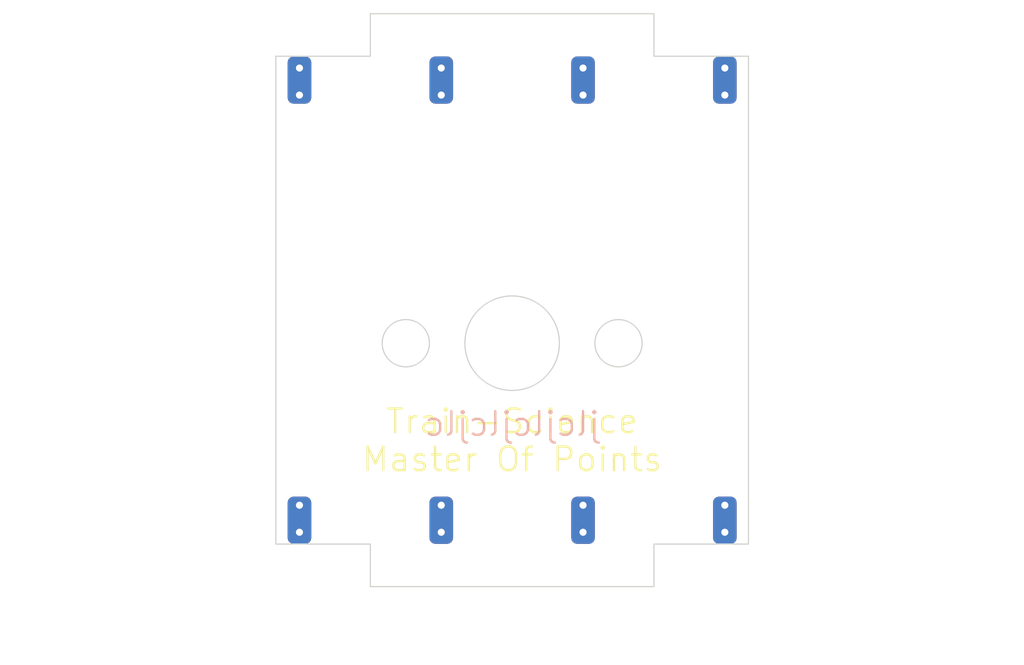
<source format=kicad_pcb>
(kicad_pcb (version 20240108) (generator "pcbnew") (generator_version "8.0")
  (layers (0 "F.Cu" signal) (31 "B.Cu" signal) (34 "B.Paste" user) (35 "F.Paste" user) (36 "B.SilkS" user "B.Silkscreen") (37 "F.SilkS" user "F.Silkscreen") (38 "B.Mask" user) (39 "F.Mask" user) (44 "Edge.Cuts" user))
  (net 0 "")
  (footprint "Connector_Wire:SolderWirePad_1x01_SMD_1x2mm" (layer "F.Cu") (at 9 13.492)
    (property "Reference" "REF**" (hide yes))
    (property "Value" "SolderWirePad_1x01_SMD_1x2mm")
    (pad "1" smd roundrect (at 0 0) (size 1 2) (layers "F.Cu" "F.Paste" "F.Mask"))
  )
  (footprint "Connector_Wire:SolderWirePad_1x01_SMD_1x2mm" (layer "F.Cu") (at 3 13.492)
    (property "Reference" "REF**" (hide yes))
    (property "Value" "SolderWirePad_1x01_SMD_1x2mm")
    (pad "1" smd roundrect (at 0 0) (size 1 2) (layers "F.Cu" "F.Paste" "F.Mask"))
  )
  (footprint "Connector_Wire:SolderWirePad_1x01_SMD_1x2mm" (layer "F.Cu") (at -9 13.492)
    (property "Reference" "REF**" (hide yes))
    (property "Value" "SolderWirePad_1x01_SMD_1x2mm")
    (pad "1" smd roundrect (at 0 0) (size 1 2) (layers "F.Cu" "F.Paste" "F.Mask"))
  )
  (footprint "Connector_Wire:SolderWirePad_1x01_SMD_1x2mm" (layer "F.Cu") (at 3 -5.135 180)
    (property "Reference" "REF**" (hide yes))
    (property "Value" "SolderWirePad_1x01_SMD_1x2mm")
    (pad "1" smd roundrect (at 0 0 180) (size 1 2) (layers "F.Cu" "F.Paste" "F.Mask"))
  )
  (footprint "Connector_Wire:SolderWirePad_1x01_SMD_1x2mm" (layer "F.Cu") (at -3 -5.135 180)
    (property "Reference" "REF**" (hide yes))
    (property "Value" "SolderWirePad_1x01_SMD_1x2mm")
    (pad "1" smd roundrect (at 0 0 180) (size 1 2) (layers "F.Cu" "F.Paste" "F.Mask"))
  )
  (footprint "Connector_Wire:SolderWirePad_1x01_SMD_1x2mm" (layer "F.Cu") (at 9 -5.135 180)
    (property "Reference" "REF**" (hide yes))
    (property "Value" "SolderWirePad_1x01_SMD_1x2mm")
    (pad "1" smd roundrect (at 0 0 180) (size 1 2) (layers "F.Cu" "F.Paste" "F.Mask"))
  )
  (footprint "Connector_Wire:SolderWirePad_1x01_SMD_1x2mm" (layer "F.Cu") (at -9 -5.135 180)
    (property "Reference" "REF**" (hide yes))
    (property "Value" "SolderWirePad_1x01_SMD_1x2mm")
    (pad "1" smd roundrect (at 0 0 180) (size 1 2) (layers "F.Cu" "F.Paste" "F.Mask"))
  )
  (footprint "Connector_Wire:SolderWirePad_1x01_SMD_1x2mm" (layer "F.Cu") (at -3 13.492)
    (property "Reference" "REF**" (hide yes))
    (property "Value" "SolderWirePad_1x01_SMD_1x2mm")
    (pad "1" smd roundrect (at 0 0) (size 1 2) (layers "F.Cu" "F.Paste" "F.Mask"))
  )
  (footprint "Connector_Wire:SolderWirePad_1x01_SMD_1x2mm" (layer "B.Cu") (at 3 13.492 180)
    (property "Reference" "REF**" (hide yes))
    (property "Value" "SolderWirePad_1x01_SMD_1x2mm")
    (pad "1" smd roundrect (at 0 0 180) (size 1 2) (layers "B.Cu" "B.Paste" "B.Mask"))
  )
  (footprint "Connector_Wire:SolderWirePad_1x01_SMD_1x2mm" (layer "B.Cu") (at 9 -5.135)
    (property "Reference" "REF**" (hide yes))
    (property "Value" "SolderWirePad_1x01_SMD_1x2mm")
    (pad "1" smd roundrect (at 0 0) (size 1 2) (layers "B.Cu" "B.Paste" "B.Mask"))
  )
  (footprint "Connector_Wire:SolderWirePad_1x01_SMD_1x2mm" (layer "B.Cu") (at -9 13.492 180)
    (property "Reference" "REF**" (hide yes))
    (property "Value" "SolderWirePad_1x01_SMD_1x2mm")
    (pad "1" smd roundrect (at 0 0 180) (size 1 2) (layers "B.Cu" "B.Paste" "B.Mask"))
  )
  (footprint "Connector_Wire:SolderWirePad_1x01_SMD_1x2mm" (layer "B.Cu") (at -3 -5.135)
    (property "Reference" "REF**" (hide yes))
    (property "Value" "SolderWirePad_1x01_SMD_1x2mm")
    (pad "1" smd roundrect (at 0 0) (size 1 2) (layers "B.Cu" "B.Paste" "B.Mask"))
  )
  (footprint "Connector_Wire:SolderWirePad_1x01_SMD_1x2mm" (layer "B.Cu") (at -3 13.492 180)
    (property "Reference" "REF**" (hide yes))
    (property "Value" "SolderWirePad_1x01_SMD_1x2mm")
    (pad "1" smd roundrect (at 0 0 180) (size 1 2) (layers "B.Cu" "B.Paste" "B.Mask"))
  )
  (footprint "Connector_Wire:SolderWirePad_1x01_SMD_1x2mm" (layer "B.Cu") (at -9 -5.135)
    (property "Reference" "REF**" (hide yes))
    (property "Value" "SolderWirePad_1x01_SMD_1x2mm")
    (pad "1" smd roundrect (at 0 0) (size 1 2) (layers "B.Cu" "B.Paste" "B.Mask"))
  )
  (footprint "Connector_Wire:SolderWirePad_1x01_SMD_1x2mm" (layer "B.Cu") (at 3 -5.135)
    (property "Reference" "REF**" (hide yes))
    (property "Value" "SolderWirePad_1x01_SMD_1x2mm")
    (pad "1" smd roundrect (at 0 0) (size 1 2) (layers "B.Cu" "B.Paste" "B.Mask"))
  )
  (footprint "Connector_Wire:SolderWirePad_1x01_SMD_1x2mm" (layer "B.Cu") (at 9 13.492 180)
    (property "Reference" "REF**" (hide yes))
    (property "Value" "SolderWirePad_1x01_SMD_1x2mm")
    (pad "1" smd roundrect (at 0 0 180) (size 1 2) (layers "B.Cu" "B.Paste" "B.Mask"))
  )
  (gr_line (start -6 16.3) (end -6 14.5) (stroke (width 0.05)) (layer "Edge.Cuts"))
  (gr_line (start 10 -6.143) (end 10 14.5) (stroke (width 0.05)) (layer "Edge.Cuts"))
  (gr_line (start -6 14.5) (end -10 14.5) (stroke (width 0.05)) (layer "Edge.Cuts"))
  (gr_line (start 6 14.5) (end 10 14.5) (stroke (width 0.05)) (layer "Edge.Cuts"))
  (gr_line (start 6 -7.943) (end 6 -6.143) (stroke (width 0.05)) (layer "Edge.Cuts"))
  (gr_line (start 6 -6.143) (end 10 -6.143) (stroke (width 0.05)) (layer "Edge.Cuts"))
  (gr_line (start -10 -6.143) (end -10 14.5) (stroke (width 0.05)) (layer "Edge.Cuts"))
  (gr_line (start 6 16.3) (end -6 16.3) (stroke (width 0.05)) (layer "Edge.Cuts"))
  (gr_line (start -6 -7.943) (end 6 -7.943) (stroke (width 0.05)) (layer "Edge.Cuts"))
  (gr_line (start 6 16.3) (end 6 14.5) (stroke (width 0.05)) (layer "Edge.Cuts"))
  (gr_line (start -6 -7.943) (end -6 -6.143) (stroke (width 0.05)) (layer "Edge.Cuts"))
  (gr_line (start -6 -6.143) (end -10 -6.143) (stroke (width 0.05)) (layer "Edge.Cuts"))
  (gr_circle (center 0 6) (end 2 6) (stroke (width 0.05)) (fill none) (layer "Edge.Cuts"))
  (gr_circle (center 4.5 6) (end 5.5 6) (stroke (width 0.05)) (fill none) (layer "Edge.Cuts"))
  (gr_circle (center -4.5 6) (end -3.5 6) (stroke (width 0.05)) (fill none) (layer "Edge.Cuts"))
  (gr_text "jlcjlcjlcjlc\n" (at 0 10 0) (layer "B.SilkS") (effects (font (size 1 1) (thickness 0.1)) (justify bottom mirror)))
  (gr_text "Train-Science\nMaster Of Points" (at 0 11.5 0) (layer "F.SilkS") (effects (font (size 1 1) (thickness 0.1)) (justify bottom)))
  (via (at -9 -5.643) (size 0.6) (drill 0.3) (layers "F.Cu" "B.Cu") (net 0))
  (via (at -3 12.857) (size 0.6) (drill 0.3) (layers "F.Cu" "B.Cu") (net 0))
  (via (at 3 -4.5) (size 0.6) (drill 0.3) (layers "F.Cu" "B.Cu") (net 0))
  (via (at -3 -4.5) (size 0.6) (drill 0.3) (layers "F.Cu" "B.Cu") (net 0))
  (via (at 9 -5.643) (size 0.6) (drill 0.3) (layers "F.Cu" "B.Cu") (net 0))
  (via (at 3 12.857) (size 0.6) (drill 0.3) (layers "F.Cu" "B.Cu") (net 0))
  (via (at 9 12.857) (size 0.6) (drill 0.3) (layers "F.Cu" "B.Cu") (net 0))
  (via (at -3 14) (size 0.6) (drill 0.3) (layers "F.Cu" "B.Cu") (net 0))
  (via (at -9 -4.5) (size 0.6) (drill 0.3) (layers "F.Cu" "B.Cu") (net 0))
  (via (at 3 14) (size 0.6) (drill 0.3) (layers "F.Cu" "B.Cu") (net 0))
  (via (at 9 14) (size 0.6) (drill 0.3) (layers "F.Cu" "B.Cu") (net 0))
  (via (at -9 14) (size 0.6) (drill 0.3) (layers "F.Cu" "B.Cu") (net 0))
  (via (at 9 -4.5) (size 0.6) (drill 0.3) (layers "F.Cu" "B.Cu") (net 0))
  (via (at -3 -5.643) (size 0.6) (drill 0.3) (layers "F.Cu" "B.Cu") (net 0))
  (via (at -9 12.857) (size 0.6) (drill 0.3) (layers "F.Cu" "B.Cu") (net 0))
  (via (at 3 -5.643) (size 0.6) (drill 0.3) (layers "F.Cu" "B.Cu") (net 0))
)
</source>
